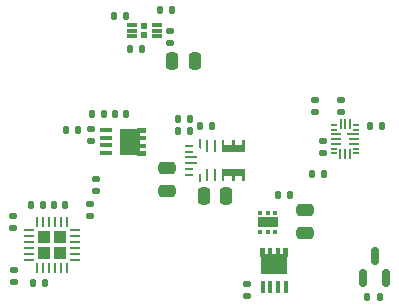
<source format=gbr>
%TF.GenerationSoftware,KiCad,Pcbnew,5.99.0-5f22025611*%
%TF.CreationDate,2021-06-18T16:30:17+00:00*%
%TF.ProjectId,driver,64726976-6572-42e6-9b69-6361645f7063,rev?*%
%TF.SameCoordinates,Original*%
%TF.FileFunction,Paste,Bot*%
%TF.FilePolarity,Positive*%
%FSLAX46Y46*%
G04 Gerber Fmt 4.6, Leading zero omitted, Abs format (unit mm)*
G04 Created by KiCad (PCBNEW 5.99.0-5f22025611) date 2021-06-18 16:30:17*
%MOMM*%
%LPD*%
G01*
G04 APERTURE LIST*
G04 Aperture macros list*
%AMRoundRect*
0 Rectangle with rounded corners*
0 $1 Rounding radius*
0 $2 $3 $4 $5 $6 $7 $8 $9 X,Y pos of 4 corners*
0 Add a 4 corners polygon primitive as box body*
4,1,4,$2,$3,$4,$5,$6,$7,$8,$9,$2,$3,0*
0 Add four circle primitives for the rounded corners*
1,1,$1+$1,$2,$3*
1,1,$1+$1,$4,$5*
1,1,$1+$1,$6,$7*
1,1,$1+$1,$8,$9*
0 Add four rect primitives between the rounded corners*
20,1,$1+$1,$2,$3,$4,$5,0*
20,1,$1+$1,$4,$5,$6,$7,0*
20,1,$1+$1,$6,$7,$8,$9,0*
20,1,$1+$1,$8,$9,$2,$3,0*%
%AMOutline5P*
0 Free polygon, 5 corners , with rotation*
0 The origin of the aperture is its center*
0 number of corners: always 8*
0 $1 to $10 corner X, Y*
0 $11 Rotation angle, in degrees counterclockwise*
0 create outline with 8 corners*
4,1,5,$1,$2,$3,$4,$5,$6,$7,$8,$9,$10,$1,$2,$11*%
%AMOutline6P*
0 Free polygon, 6 corners , with rotation*
0 The origin of the aperture is its center*
0 number of corners: always 6*
0 $1 to $12 corner X, Y*
0 $13 Rotation angle, in degrees counterclockwise*
0 create outline with 6 corners*
4,1,6,$1,$2,$3,$4,$5,$6,$7,$8,$9,$10,$11,$12,$1,$2,$13*%
%AMOutline7P*
0 Free polygon, 7 corners , with rotation*
0 The origin of the aperture is its center*
0 number of corners: always 7*
0 $1 to $14 corner X, Y*
0 $15 Rotation angle, in degrees counterclockwise*
0 create outline with 7 corners*
4,1,7,$1,$2,$3,$4,$5,$6,$7,$8,$9,$10,$11,$12,$13,$14,$1,$2,$15*%
%AMOutline8P*
0 Free polygon, 8 corners , with rotation*
0 The origin of the aperture is its center*
0 number of corners: always 8*
0 $1 to $16 corner X, Y*
0 $17 Rotation angle, in degrees counterclockwise*
0 create outline with 8 corners*
4,1,8,$1,$2,$3,$4,$5,$6,$7,$8,$9,$10,$11,$12,$13,$14,$15,$16,$1,$2,$17*%
%AMFreePoly0*
4,1,21,1.372500,0.787500,0.862500,0.787500,0.862500,0.532500,1.372500,0.532500,1.372500,0.127500,0.862500,0.127500,0.862500,-0.127500,1.372500,-0.127500,1.372500,-0.532500,0.862500,-0.532500,0.862500,-0.787500,1.372500,-0.787500,1.372500,-1.195000,0.612500,-1.195000,0.612500,-1.117500,-0.862500,-1.117500,-0.862500,1.117500,0.612500,1.117500,0.612500,1.195000,1.372500,1.195000,
1.372500,0.787500,1.372500,0.787500,$1*%
%AMFreePoly1*
4,1,13,0.550000,-0.125000,-0.550000,-0.125000,-0.550000,0.125000,-0.050000,0.125000,-0.050000,0.725000,-0.550000,0.725000,-0.550000,0.975000,-0.050000,0.975000,-0.050000,1.575000,-0.550000,1.575000,-0.550000,1.825000,0.550000,1.825000,0.550000,-0.125000,0.550000,-0.125000,$1*%
%AMFreePoly2*
4,1,13,0.550000,1.575000,0.050000,1.575000,0.050000,0.975000,0.550000,0.975000,0.550000,0.725000,0.050000,0.725000,0.050000,0.125000,0.550000,0.125000,0.550000,-0.125000,-0.550000,-0.125000,-0.550000,1.825000,0.550000,1.825000,0.550000,1.575000,0.550000,1.575000,$1*%
G04 Aperture macros list end*
%ADD10RoundRect,0.135000X-0.185000X0.135000X-0.185000X-0.135000X0.185000X-0.135000X0.185000X0.135000X0*%
%ADD11RoundRect,0.135000X0.135000X0.185000X-0.135000X0.185000X-0.135000X-0.185000X0.135000X-0.185000X0*%
%ADD12RoundRect,0.250000X0.295000X0.295000X-0.295000X0.295000X-0.295000X-0.295000X0.295000X-0.295000X0*%
%ADD13RoundRect,0.062500X0.350000X0.062500X-0.350000X0.062500X-0.350000X-0.062500X0.350000X-0.062500X0*%
%ADD14RoundRect,0.062500X0.062500X0.350000X-0.062500X0.350000X-0.062500X-0.350000X0.062500X-0.350000X0*%
%ADD15RoundRect,0.140000X0.170000X-0.140000X0.170000X0.140000X-0.170000X0.140000X-0.170000X-0.140000X0*%
%ADD16R,0.990000X0.405000*%
%ADD17FreePoly0,0.000000*%
%ADD18RoundRect,0.135000X-0.135000X-0.185000X0.135000X-0.185000X0.135000X0.185000X-0.135000X0.185000X0*%
%ADD19RoundRect,0.140000X-0.140000X-0.170000X0.140000X-0.170000X0.140000X0.170000X-0.140000X0.170000X0*%
%ADD20Outline5P,-0.125000X-0.400000X-0.125000X0.400000X0.000000X0.400000X0.125000X0.275000X0.125000X-0.400000X180.000000*%
%ADD21R,0.250000X1.100000*%
%ADD22FreePoly1,270.000000*%
%ADD23FreePoly2,270.000000*%
%ADD24R,0.250000X0.700000*%
%ADD25R,0.700000X0.250000*%
%ADD26R,1.100000X0.250000*%
%ADD27RoundRect,0.140000X0.140000X0.170000X-0.140000X0.170000X-0.140000X-0.170000X0.140000X-0.170000X0*%
%ADD28R,0.500000X0.560000*%
%ADD29R,0.850000X0.350000*%
%ADD30RoundRect,0.135000X0.185000X-0.135000X0.185000X0.135000X-0.185000X0.135000X-0.185000X-0.135000X0*%
%ADD31RoundRect,0.250000X0.475000X-0.250000X0.475000X0.250000X-0.475000X0.250000X-0.475000X-0.250000X0*%
%ADD32R,0.370000X0.450000*%
%ADD33R,1.670000X0.900000*%
%ADD34RoundRect,0.250000X0.250000X0.475000X-0.250000X0.475000X-0.250000X-0.475000X0.250000X-0.475000X0*%
%ADD35RoundRect,0.057500X0.185000X-0.057500X0.185000X0.057500X-0.185000X0.057500X-0.185000X-0.057500X0*%
%ADD36RoundRect,0.057500X0.430000X-0.057500X0.430000X0.057500X-0.430000X0.057500X-0.430000X-0.057500X0*%
%ADD37RoundRect,0.057500X0.330000X-0.057500X0.330000X0.057500X-0.330000X0.057500X-0.330000X-0.057500X0*%
%ADD38RoundRect,0.057500X-0.057500X-0.330000X0.057500X-0.330000X0.057500X0.330000X-0.057500X0.330000X0*%
%ADD39R,0.405000X0.990000*%
%ADD40FreePoly0,90.000000*%
%ADD41RoundRect,0.250000X-0.475000X0.250000X-0.475000X-0.250000X0.475000X-0.250000X0.475000X0.250000X0*%
%ADD42RoundRect,0.150000X0.150000X-0.587500X0.150000X0.587500X-0.150000X0.587500X-0.150000X-0.587500X0*%
G04 APERTURE END LIST*
D10*
%TO.C,R122*%
X89150000Y-63040000D03*
X89150000Y-64060000D03*
%TD*%
D11*
%TO.C,R102*%
X78535000Y-65650000D03*
X77515000Y-65650000D03*
%TD*%
D12*
%TO.C,U101*%
X66225000Y-75975000D03*
X67575000Y-74625000D03*
X66225000Y-74625000D03*
X67575000Y-75975000D03*
D13*
X68862500Y-74050000D03*
X68862500Y-74550000D03*
X68862500Y-75050000D03*
X68862500Y-75550000D03*
X68862500Y-76050000D03*
X68862500Y-76550000D03*
D14*
X68150000Y-77262500D03*
X67650000Y-77262500D03*
X67150000Y-77262500D03*
X66650000Y-77262500D03*
X66150000Y-77262500D03*
X65650000Y-77262500D03*
D13*
X64937500Y-76550000D03*
X64937500Y-76050000D03*
X64937500Y-75550000D03*
X64937500Y-75050000D03*
X64937500Y-74550000D03*
X64937500Y-74050000D03*
D14*
X65650000Y-73337500D03*
X66150000Y-73337500D03*
X66650000Y-73337500D03*
X67150000Y-73337500D03*
X67650000Y-73337500D03*
X68150000Y-73337500D03*
%TD*%
D15*
%TO.C,C105*%
X70100000Y-72830000D03*
X70100000Y-71870000D03*
%TD*%
D10*
%TO.C,R111*%
X83400000Y-78590000D03*
X83400000Y-79610000D03*
%TD*%
D16*
%TO.C,Q105*%
X71465000Y-67540000D03*
X71465000Y-66880000D03*
X71465000Y-66220000D03*
X71465000Y-65560000D03*
D17*
X73457500Y-66550000D03*
%TD*%
D18*
%TO.C,R106*%
X79440000Y-65200000D03*
X80460000Y-65200000D03*
%TD*%
D19*
%TO.C,C107*%
X67020000Y-71900000D03*
X67980000Y-71900000D03*
%TD*%
D20*
%TO.C,U102*%
X79387500Y-66750000D03*
D21*
X80037500Y-66900000D03*
X80687500Y-66900000D03*
D22*
X81337500Y-66900000D03*
D23*
X81337500Y-69400000D03*
D21*
X80687500Y-69400000D03*
X80037500Y-69400000D03*
D24*
X79387500Y-69600000D03*
D25*
X78487500Y-69400000D03*
X78487500Y-68900000D03*
D26*
X78687500Y-68400000D03*
X78687500Y-67900000D03*
D25*
X78487500Y-67400000D03*
X78487500Y-66900000D03*
%TD*%
D27*
%TO.C,C109*%
X74480000Y-58750000D03*
X73520000Y-58750000D03*
%TD*%
D28*
%TO.C,U104*%
X74707500Y-56795000D03*
X74707500Y-57505000D03*
D29*
X75782500Y-56650000D03*
X75782500Y-57150000D03*
X75782500Y-57650000D03*
X73632500Y-57650000D03*
X73632500Y-57150000D03*
X73632500Y-56650000D03*
%TD*%
D18*
%TO.C,R118*%
X72090000Y-55900000D03*
X73110000Y-55900000D03*
%TD*%
D11*
%TO.C,R113*%
X94610000Y-79700000D03*
X93590000Y-79700000D03*
%TD*%
D30*
%TO.C,R119*%
X76900000Y-58210000D03*
X76900000Y-57190000D03*
%TD*%
D11*
%TO.C,R108*%
X66310000Y-78500000D03*
X65290000Y-78500000D03*
%TD*%
D19*
%TO.C,C108*%
X72220000Y-64200000D03*
X73180000Y-64200000D03*
%TD*%
D31*
%TO.C,C113*%
X88300000Y-74275000D03*
X88300000Y-72375000D03*
%TD*%
D18*
%TO.C,R112*%
X85991854Y-71063003D03*
X87011854Y-71063003D03*
%TD*%
D30*
%TO.C,R116*%
X70150000Y-66510000D03*
X70150000Y-65490000D03*
%TD*%
D18*
%TO.C,R121*%
X88890000Y-69300000D03*
X89910000Y-69300000D03*
%TD*%
D32*
%TO.C,U105*%
X84500000Y-72575000D03*
X85150000Y-72575000D03*
X85800000Y-72575000D03*
X85800000Y-74225000D03*
X85150000Y-74225000D03*
X84500000Y-74225000D03*
D33*
X85150000Y-73400000D03*
%TD*%
D27*
%TO.C,C106*%
X66080000Y-71900000D03*
X65120000Y-71900000D03*
%TD*%
%TO.C,C111*%
X94780000Y-65250000D03*
X93820000Y-65250000D03*
%TD*%
D10*
%TO.C,R109*%
X63700000Y-77390000D03*
X63700000Y-78410000D03*
%TD*%
%TO.C,R104*%
X63600000Y-72890000D03*
X63600000Y-73910000D03*
%TD*%
D30*
%TO.C,R101*%
X91350000Y-64010000D03*
X91350000Y-62990000D03*
%TD*%
%TO.C,R115*%
X70600000Y-70710000D03*
X70600000Y-69690000D03*
%TD*%
D18*
%TO.C,R105*%
X77515000Y-64650000D03*
X78535000Y-64650000D03*
%TD*%
%TO.C,R117*%
X70240000Y-64200000D03*
X71260000Y-64200000D03*
%TD*%
D34*
%TO.C,C110*%
X78950000Y-59700000D03*
X77050000Y-59700000D03*
%TD*%
%TO.C,C104*%
X81625000Y-71200000D03*
X79725000Y-71200000D03*
%TD*%
D18*
%TO.C,R114*%
X68040000Y-65550000D03*
X69060000Y-65550000D03*
%TD*%
D35*
%TO.C,U103*%
X92610000Y-65150000D03*
X92610000Y-65550000D03*
D36*
X92365000Y-65950000D03*
D37*
X92465000Y-66350000D03*
X92465000Y-66750000D03*
D35*
X92615000Y-67150000D03*
X92615000Y-67550000D03*
D38*
X92100000Y-67615000D03*
X91700000Y-67615000D03*
X91300000Y-67615000D03*
D35*
X90790000Y-67550000D03*
X90790000Y-67150000D03*
D37*
X90935000Y-66750000D03*
X90935000Y-66350000D03*
X90935000Y-65950000D03*
D35*
X90790000Y-65550000D03*
X90790000Y-65150000D03*
D38*
X91305000Y-65080000D03*
X91700000Y-65085000D03*
X92105000Y-65080000D03*
%TD*%
D39*
%TO.C,Q102*%
X86690000Y-78885000D03*
X86030000Y-78885000D03*
X85370000Y-78885000D03*
X84710000Y-78885000D03*
D40*
X85700000Y-76892500D03*
%TD*%
D15*
%TO.C,C112*%
X89850000Y-67480000D03*
X89850000Y-66520000D03*
%TD*%
D41*
%TO.C,C101*%
X76650000Y-68800000D03*
X76650000Y-70700000D03*
%TD*%
D42*
%TO.C,Q104*%
X95150000Y-78137500D03*
X93250000Y-78137500D03*
X94200000Y-76262500D03*
%TD*%
D11*
%TO.C,R120*%
X77060000Y-55450000D03*
X76040000Y-55450000D03*
%TD*%
M02*

</source>
